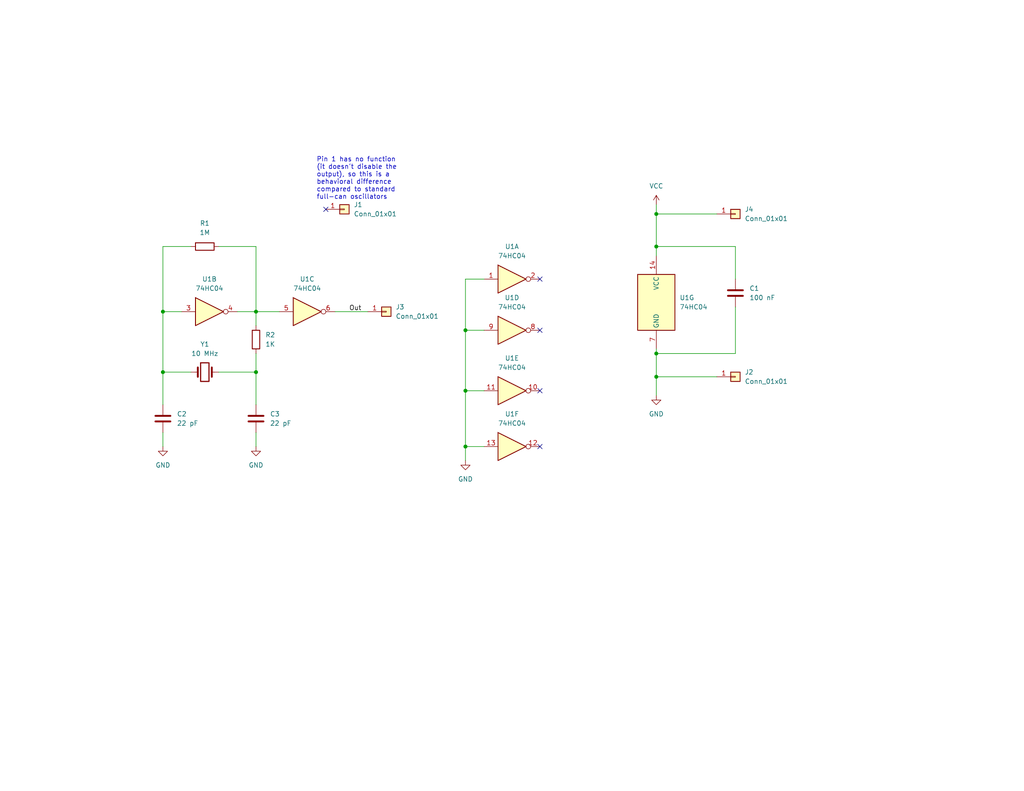
<source format=kicad_sch>
(kicad_sch (version 20230121) (generator eeschema)
  (paper "USLetter")
  (title_block (title "Full can oscillator PCB") (rev "0.1") (company "daveho hacks"))
  (lib_symbols
    (symbol "74xx:74HC04"
      (property "Reference" "U" (at 0 1.27 0))
      (property "Value" "74HC04" (at 0 -1.27 0))
      (symbol "74HC04_1_0"
        (polyline (pts (xy -3.81 3.81) (xy -3.81 -3.81) (xy 3.81 0) (xy -3.81 3.81)) (stroke (width 0.254)) (fill (type background)))
        (pin input line (at -7.62 0 0) (length 3.81) (name "~") (number "1"))
        (pin output inverted (at 7.62 0 180) (length 3.81) (name "~") (number "2"))
      )
      (symbol "74HC04_2_0"
        (polyline (pts (xy -3.81 3.81) (xy -3.81 -3.81) (xy 3.81 0) (xy -3.81 3.81)) (stroke (width 0.254)) (fill (type background)))
        (pin input line (at -7.62 0 0) (length 3.81) (name "~") (number "3"))
        (pin output inverted (at 7.62 0 180) (length 3.81) (name "~") (number "4"))
      )
      (symbol "74HC04_3_0"
        (polyline (pts (xy -3.81 3.81) (xy -3.81 -3.81) (xy 3.81 0) (xy -3.81 3.81)) (stroke (width 0.254)) (fill (type background)))
        (pin input line (at -7.62 0 0) (length 3.81) (name "~") (number "5"))
        (pin output inverted (at 7.62 0 180) (length 3.81) (name "~") (number "6"))
      )
      (symbol "74HC04_4_0"
        (polyline (pts (xy -3.81 3.81) (xy -3.81 -3.81) (xy 3.81 0) (xy -3.81 3.81)) (stroke (width 0.254)) (fill (type background)))
        (pin output inverted (at 7.62 0 180) (length 3.81) (name "~") (number "8"))
        (pin input line (at -7.62 0 0) (length 3.81) (name "~") (number "9"))
      )
      (symbol "74HC04_5_0"
        (polyline (pts (xy -3.81 3.81) (xy -3.81 -3.81) (xy 3.81 0) (xy -3.81 3.81)) (stroke (width 0.254)) (fill (type background)))
        (pin output inverted (at 7.62 0 180) (length 3.81) (name "~") (number "10"))
        (pin input line (at -7.62 0 0) (length 3.81) (name "~") (number "11"))
      )
      (symbol "74HC04_6_0"
        (polyline (pts (xy -3.81 3.81) (xy -3.81 -3.81) (xy 3.81 0) (xy -3.81 3.81)) (stroke (width 0.254)) (fill (type background)))
        (pin output inverted (at 7.62 0 180) (length 3.81) (name "~") (number "12"))
        (pin input line (at -7.62 0 0) (length 3.81) (name "~") (number "13"))
      )
      (symbol "74HC04_7_0"
        (pin power_in line (at 0 12.7 270) (length 5.08) (name "VCC") (number "14"))
        (pin power_in line (at 0 -12.7 90) (length 5.08) (name "GND") (number "7"))
      )
      (symbol "74HC04_7_1"
        (rectangle (start -5.08 7.62) (end 5.08 -7.62) (stroke (width 0.254)) (fill (type background)))
      )
    )
    (symbol "Connector_Generic:Conn_01x01" (pin_names (offset 1.016) hide)
      (property "Reference" "J" (at 0 2.54 0))
      (property "Value" "Conn_01x01" (at 0 -2.54 0))
      (symbol "Conn_01x01_1_1"
        (rectangle (start -1.27 0.127) (end 0 -0.127) (stroke (width 0.1524)))
        (rectangle (start -1.27 1.27) (end 1.27 -1.27) (stroke (width 0.254)) (fill (type background)))
        (pin passive line (at -5.08 0 0) (length 3.81) (name "Pin_1") (number "1"))
      )
    )
    (symbol "Device:C" (pin_numbers hide) (pin_names (offset 0.254))
      (property "Reference" "C" (at 0.635 2.54 0))
      (property "Value" "C" (at 0.635 -2.54 0))
      (symbol "C_0_1"
        (polyline (pts (xy -2.032 -0.762) (xy 2.032 -0.762)) (stroke (width 0.508)))
        (polyline (pts (xy -2.032 0.762) (xy 2.032 0.762)) (stroke (width 0.508)))
      )
      (symbol "C_1_1"
        (pin passive line (at 0 3.81 270) (length 2.794) (name "~") (number "1"))
        (pin passive line (at 0 -3.81 90) (length 2.794) (name "~") (number "2"))
      )
    )
    (symbol "Device:Crystal" (pin_numbers hide) (pin_names (offset 1.016) hide)
      (property "Reference" "Y" (at 0 3.81 0))
      (property "Value" "Crystal" (at 0 -3.81 0))
      (symbol "Crystal_0_1"
        (rectangle (start -1.143 2.54) (end 1.143 -2.54) (stroke (width 0.3048)))
        (polyline (pts (xy -2.54 0) (xy -1.905 0)))
        (polyline (pts (xy -1.905 -1.27) (xy -1.905 1.27)) (stroke (width 0.508)))
        (polyline (pts (xy 1.905 -1.27) (xy 1.905 1.27)) (stroke (width 0.508)))
        (polyline (pts (xy 2.54 0) (xy 1.905 0)))
      )
      (symbol "Crystal_1_1"
        (pin passive line (at -3.81 0 0) (length 1.27) (name "1") (number "1"))
        (pin passive line (at 3.81 0 180) (length 1.27) (name "2") (number "2"))
      )
    )
    (symbol "Device:R" (pin_numbers hide) (pin_names (offset 0))
      (property "Reference" "R" (at 2.032 0 90))
      (property "Value" "R" (at 0 0 90))
      (symbol "R_0_1"
        (rectangle (start -1.016 -2.54) (end 1.016 2.54) (stroke (width 0.254)))
      )
      (symbol "R_1_1"
        (pin passive line (at 0 3.81 270) (length 1.27) (name "~") (number "1"))
        (pin passive line (at 0 -3.81 90) (length 1.27) (name "~") (number "2"))
      )
    )
    (symbol "power:GND" (power) (pin_names (offset 0))
      (property "Value" "GND" (at 0 -3.81 0))
      (symbol "GND_0_1"
        (polyline (pts (xy 0 0) (xy 0 -1.27) (xy 1.27 -1.27) (xy 0 -2.54) (xy -1.27 -1.27) (xy 0 -1.27)))
      )
      (symbol "GND_1_1"
        (pin power_in line (at 0 0 270) (length 0) hide (name "GND") (number "1"))
      )
    )
    (symbol "power:VCC" (power) (pin_names (offset 0))
      (property "Value" "VCC" (at 0 3.81 0))
      (symbol "VCC_0_1"
        (polyline (pts (xy -0.762 1.27) (xy 0 2.54)))
        (polyline (pts (xy 0 0) (xy 0 2.54)))
        (polyline (pts (xy 0 2.54) (xy 0.762 1.27)))
      )
      (symbol "VCC_1_1"
        (pin power_in line (at 0 0 90) (length 0) hide (name "VCC") (number "1"))
      )
    )
  )
  (junction (at 179.07 102.87))
  (junction (at 44.45 85.09))
  (junction (at 69.85 101.6))
  (junction (at 127 90.17))
  (junction (at 69.85 85.09))
  (junction (at 127 106.68))
  (junction (at 179.07 96.52))
  (junction (at 44.45 101.6))
  (junction (at 179.07 58.42))
  (junction (at 127 121.92))
  (junction (at 179.07 67.31))
  (no_connect (at 147.32 106.68))
  (no_connect (at 147.32 90.17))
  (no_connect (at 88.9 57.15))
  (no_connect (at 147.32 121.92))
  (no_connect (at 147.32 76.2))
  (wire (pts (xy 69.85 85.09) (xy 69.85 88.9)))
  (wire (pts (xy 91.44 85.09) (xy 100.33 85.09)))
  (wire (pts (xy 69.85 85.09) (xy 76.2 85.09)))
  (wire (pts (xy 127 121.92) (xy 127 125.73)))
  (wire (pts (xy 59.69 67.31) (xy 69.85 67.31)))
  (wire (pts (xy 179.07 55.88) (xy 179.07 58.42)))
  (wire (pts (xy 200.66 67.31) (xy 179.07 67.31)))
  (wire (pts (xy 179.07 58.42) (xy 179.07 67.31)))
  (wire (pts (xy 69.85 101.6) (xy 69.85 110.49)))
  (wire (pts (xy 127 90.17) (xy 127 106.68)))
  (wire (pts (xy 44.45 101.6) (xy 44.45 110.49)))
  (wire (pts (xy 179.07 95.25) (xy 179.07 96.52)))
  (wire (pts (xy 59.69 101.6) (xy 69.85 101.6)))
  (wire (pts (xy 52.07 67.31) (xy 44.45 67.31)))
  (wire (pts (xy 44.45 85.09) (xy 44.45 101.6)))
  (wire (pts (xy 179.07 67.31) (xy 179.07 69.85)))
  (wire (pts (xy 179.07 102.87) (xy 179.07 107.95)))
  (wire (pts (xy 44.45 67.31) (xy 44.45 85.09)))
  (wire (pts (xy 200.66 96.52) (xy 179.07 96.52)))
  (wire (pts (xy 179.07 102.87) (xy 195.58 102.87)))
  (wire (pts (xy 200.66 76.2) (xy 200.66 67.31)))
  (wire (pts (xy 127 106.68) (xy 127 121.92)))
  (wire (pts (xy 69.85 67.31) (xy 69.85 85.09)))
  (wire (pts (xy 200.66 83.82) (xy 200.66 96.52)))
  (wire (pts (xy 179.07 96.52) (xy 179.07 102.87)))
  (wire (pts (xy 179.07 58.42) (xy 195.58 58.42)))
  (wire (pts (xy 44.45 118.11) (xy 44.45 121.92)))
  (wire (pts (xy 44.45 101.6) (xy 52.07 101.6)))
  (wire (pts (xy 64.77 85.09) (xy 69.85 85.09)))
  (wire (pts (xy 69.85 96.52) (xy 69.85 101.6)))
  (wire (pts (xy 127 76.2) (xy 127 90.17)))
  (wire (pts (xy 69.85 118.11) (xy 69.85 121.92)))
  (wire (pts (xy 44.45 85.09) (xy 49.53 85.09)))
  (wire (pts (xy 127 121.92) (xy 132.08 121.92)))
  (wire (pts (xy 127 106.68) (xy 132.08 106.68)))
  (wire (pts (xy 132.08 76.2) (xy 127 76.2)))
  (wire (pts (xy 127 90.17) (xy 132.08 90.17)))
  (text "Pin 1 has no function\n(it doesn't disable the\noutput), so this is a\nbehavioral difference\ncompared to standard\nfull-can oscillators" (at 86.36 54.61 0) (effects (font (size 1.27 1.27)) (justify left bottom)))
  (label "Out" (at 95.25 85.09 0))
  (symbol (lib_id "74xx:74HC04") (at 139.7 76.2 0) (unit 1)
    (property "Reference" "U1" (at 139.7 67.31 0))
    (property "Value" "74HC04" (at 139.7 69.85 0))
    (property "Footprint" "Package_SO:TSSOP-14_4.4x5mm_P0.65mm" (effects hide))
    (property "Datasheet" "https://assets.nexperia.com/documents/data-sheet/74HC_HCT04.pdf" (effects hide))
  )
  (symbol (lib_id "74xx:74HC04") (at 57.15 85.09 0) (unit 2)
    (property "Reference" "U1" (at 57.15 76.2 0))
    (property "Value" "74HC04" (at 57.15 78.74 0))
    (property "Footprint" "Package_SO:TSSOP-14_4.4x5mm_P0.65mm" (effects hide))
    (property "Datasheet" "https://assets.nexperia.com/documents/data-sheet/74HC_HCT04.pdf" (effects hide))
  )
  (symbol (lib_id "74xx:74HC04") (at 139.7 106.68 0) (unit 5)
    (property "Reference" "U1" (at 139.7 97.79 0))
    (property "Value" "74HC04" (at 139.7 100.33 0))
    (property "Footprint" "Package_SO:TSSOP-14_4.4x5mm_P0.65mm" (effects hide))
    (property "Datasheet" "https://assets.nexperia.com/documents/data-sheet/74HC_HCT04.pdf" (effects hide))
  )
  (symbol (lib_id "Connector_Generic:Conn_01x01") (at 105.41 85.09 0) (unit 1)
    (property "Reference" "J3" (at 107.95 83.82 0) (effects (justify left)))
    (property "Value" "Conn_01x01" (at 107.95 86.36 0) (effects (justify left)))
    (property "Footprint" "Connector_PinHeader_2.54mm:PinHeader_1x01_P2.54mm_Vertical" (effects hide))
  )
  (symbol (lib_id "power:GND") (at 69.85 121.92 0) (unit 1)
    (property "Reference" "#PWR04" (effects hide))
    (property "Value" "GND" (at 69.85 127 0))
  )
  (symbol (lib_id "power:GND") (at 179.07 107.95 0) (unit 1)
    (property "Reference" "#PWR02" (effects hide))
    (property "Value" "GND" (at 179.07 113.03 0))
  )
  (symbol (lib_id "Device:C") (at 200.66 80.01 0) (unit 1)
    (property "Reference" "C1" (at 204.47 78.74 0) (effects (justify left)))
    (property "Value" "100 nF" (at 204.47 81.28 0) (effects (justify left)))
    (property "Footprint" "Capacitor_SMD:C_0805_2012Metric" (effects hide))
  )
  (symbol (lib_id "Device:C") (at 44.45 114.3 0) (unit 1)
    (property "Reference" "C2" (at 48.26 113.03 0) (effects (justify left)))
    (property "Value" "22 pF" (at 48.26 115.57 0) (effects (justify left)))
    (property "Footprint" "Capacitor_SMD:C_0805_2012Metric" (effects hide))
  )
  (symbol (lib_id "Connector_Generic:Conn_01x01") (at 93.98 57.15 0) (unit 1)
    (property "Reference" "J1" (at 96.52 55.88 0) (effects (justify left)))
    (property "Value" "Conn_01x01" (at 96.52 58.42 0) (effects (justify left)))
    (property "Footprint" "Connector_PinHeader_2.54mm:PinHeader_1x01_P2.54mm_Vertical" (effects hide))
  )
  (symbol (lib_id "74xx:74HC04") (at 179.07 82.55 0) (unit 7)
    (property "Reference" "U1" (at 185.42 81.28 0) (effects (justify left)))
    (property "Value" "74HC04" (at 185.42 83.82 0) (effects (justify left)))
    (property "Footprint" "Package_SO:TSSOP-14_4.4x5mm_P0.65mm" (effects hide))
    (property "Datasheet" "https://assets.nexperia.com/documents/data-sheet/74HC_HCT04.pdf" (effects hide))
  )
  (symbol (lib_id "Device:R") (at 55.88 67.31 90) (unit 1)
    (property "Reference" "R1" (at 55.88 60.96 90))
    (property "Value" "1M" (at 55.88 63.5 90))
    (property "Footprint" "Resistor_SMD:R_0805_2012Metric" (effects hide))
  )
  (symbol (lib_id "power:GND") (at 44.45 121.92 0) (unit 1)
    (property "Reference" "#PWR03" (effects hide))
    (property "Value" "GND" (at 44.45 127 0))
  )
  (symbol (lib_id "Device:Crystal") (at 55.88 101.6 0) (unit 1)
    (property "Reference" "Y1" (at 55.88 93.98 0))
    (property "Value" "10 MHz" (at 55.88 96.52 0))
    (property "Footprint" "Crystal:Crystal_HC49-U_Vertical" (effects hide))
  )
  (symbol (lib_id "Connector_Generic:Conn_01x01") (at 200.66 102.87 0) (unit 1)
    (property "Reference" "J2" (at 203.2 101.6 0) (effects (justify left)))
    (property "Value" "Conn_01x01" (at 203.2 104.14 0) (effects (justify left)))
    (property "Footprint" "Connector_PinHeader_2.54mm:PinHeader_1x01_P2.54mm_Vertical" (effects hide))
  )
  (symbol (lib_id "74xx:74HC04") (at 83.82 85.09 0) (unit 3)
    (property "Reference" "U1" (at 83.82 76.2 0))
    (property "Value" "74HC04" (at 83.82 78.74 0))
    (property "Footprint" "Package_SO:TSSOP-14_4.4x5mm_P0.65mm" (effects hide))
    (property "Datasheet" "https://assets.nexperia.com/documents/data-sheet/74HC_HCT04.pdf" (effects hide))
  )
  (symbol (lib_id "74xx:74HC04") (at 139.7 90.17 0) (unit 4)
    (property "Reference" "U1" (at 139.7 81.28 0))
    (property "Value" "74HC04" (at 139.7 83.82 0))
    (property "Footprint" "Package_SO:TSSOP-14_4.4x5mm_P0.65mm" (effects hide))
    (property "Datasheet" "https://assets.nexperia.com/documents/data-sheet/74HC_HCT04.pdf" (effects hide))
  )
  (symbol (lib_id "Connector_Generic:Conn_01x01") (at 200.66 58.42 0) (unit 1)
    (property "Reference" "J4" (at 203.2 57.15 0) (effects (justify left)))
    (property "Value" "Conn_01x01" (at 203.2 59.69 0) (effects (justify left)))
    (property "Footprint" "Connector_PinHeader_2.54mm:PinHeader_1x01_P2.54mm_Vertical" (effects hide))
  )
  (symbol (lib_id "74xx:74HC04") (at 139.7 121.92 0) (unit 6)
    (property "Reference" "U1" (at 139.7 113.03 0))
    (property "Value" "74HC04" (at 139.7 115.57 0))
    (property "Footprint" "Package_SO:TSSOP-14_4.4x5mm_P0.65mm" (effects hide))
    (property "Datasheet" "https://assets.nexperia.com/documents/data-sheet/74HC_HCT04.pdf" (effects hide))
  )
  (symbol (lib_id "Device:R") (at 69.85 92.71 0) (unit 1)
    (property "Reference" "R2" (at 72.39 91.44 0) (effects (justify left)))
    (property "Value" "1K" (at 72.39 93.98 0) (effects (justify left)))
    (property "Footprint" "Resistor_SMD:R_0805_2012Metric" (effects hide))
  )
  (symbol (lib_id "Device:C") (at 69.85 114.3 0) (unit 1)
    (property "Reference" "C3" (at 73.66 113.03 0) (effects (justify left)))
    (property "Value" "22 pF" (at 73.66 115.57 0) (effects (justify left)))
    (property "Footprint" "Capacitor_SMD:C_0805_2012Metric" (effects hide))
  )
  (symbol (lib_id "power:VCC") (at 179.07 55.88 0) (unit 1)
    (property "Reference" "#PWR01" (effects hide))
    (property "Value" "VCC" (at 179.07 50.8 0))
  )
  (symbol (lib_id "power:GND") (at 127 125.73 0) (unit 1)
    (property "Reference" "#PWR05" (effects hide))
    (property "Value" "GND" (at 127 130.81 0))
  )
)
</source>
